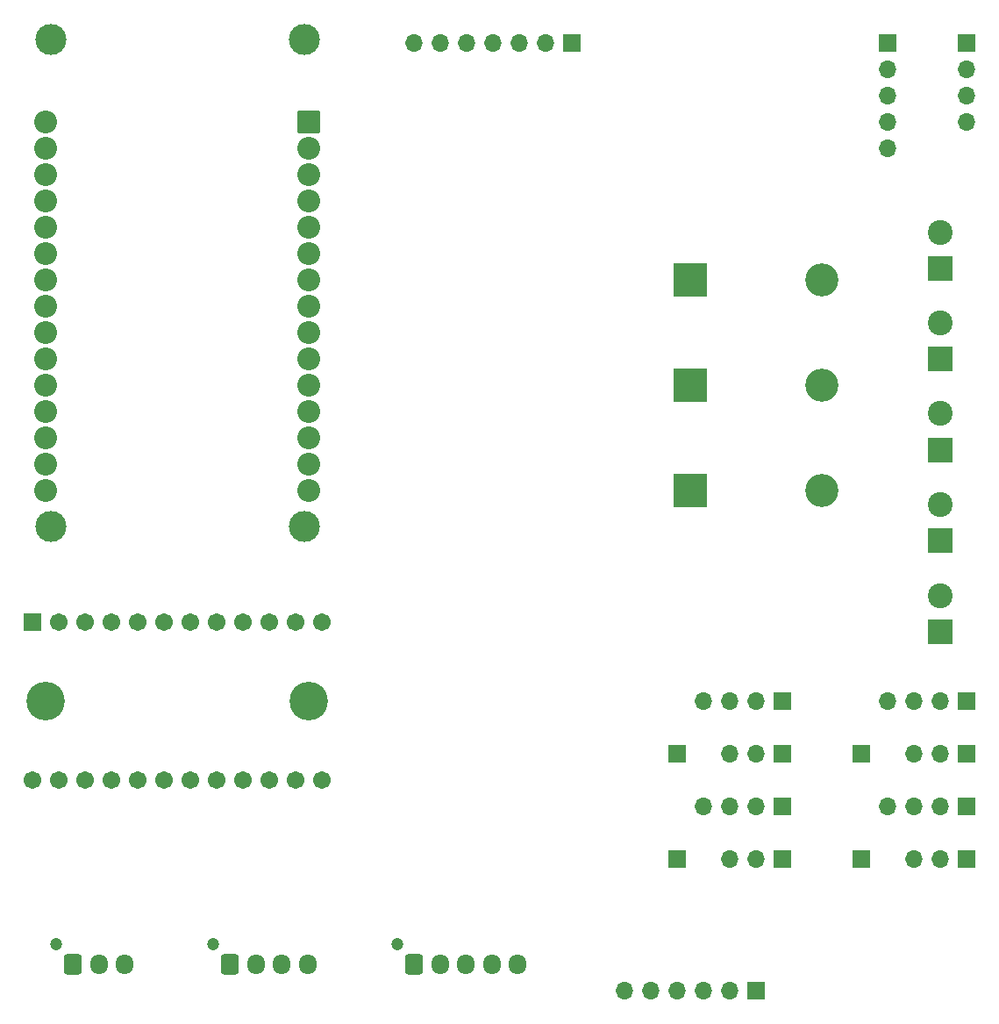
<source format=gbr>
%TF.GenerationSoftware,KiCad,Pcbnew,8.0.3*%
%TF.CreationDate,2024-07-01T16:32:00+02:00*%
%TF.ProjectId,weerstation-main,77656572-7374-4617-9469-6f6e2d6d6169,rev?*%
%TF.SameCoordinates,Original*%
%TF.FileFunction,Soldermask,Bot*%
%TF.FilePolarity,Negative*%
%FSLAX46Y46*%
G04 Gerber Fmt 4.6, Leading zero omitted, Abs format (unit mm)*
G04 Created by KiCad (PCBNEW 8.0.3) date 2024-07-01 16:32:00*
%MOMM*%
%LPD*%
G01*
G04 APERTURE LIST*
G04 Aperture macros list*
%AMRoundRect*
0 Rectangle with rounded corners*
0 $1 Rounding radius*
0 $2 $3 $4 $5 $6 $7 $8 $9 X,Y pos of 4 corners*
0 Add a 4 corners polygon primitive as box body*
4,1,4,$2,$3,$4,$5,$6,$7,$8,$9,$2,$3,0*
0 Add four circle primitives for the rounded corners*
1,1,$1+$1,$2,$3*
1,1,$1+$1,$4,$5*
1,1,$1+$1,$6,$7*
1,1,$1+$1,$8,$9*
0 Add four rect primitives between the rounded corners*
20,1,$1+$1,$2,$3,$4,$5,0*
20,1,$1+$1,$4,$5,$6,$7,0*
20,1,$1+$1,$6,$7,$8,$9,0*
20,1,$1+$1,$8,$9,$2,$3,0*%
G04 Aperture macros list end*
%ADD10R,1.700000X1.700000*%
%ADD11O,1.700000X1.700000*%
%ADD12C,1.200000*%
%ADD13RoundRect,0.250000X-0.600000X-0.725000X0.600000X-0.725000X0.600000X0.725000X-0.600000X0.725000X0*%
%ADD14O,1.700000X1.950000*%
%ADD15R,3.200000X3.200000*%
%ADD16O,3.200000X3.200000*%
%ADD17R,2.400000X2.400000*%
%ADD18C,2.400000*%
%ADD19RoundRect,0.102000X-0.754000X0.754000X-0.754000X-0.754000X0.754000X-0.754000X0.754000X0.754000X0*%
%ADD20C,1.712000*%
%ADD21C,3.720000*%
%ADD22C,3.000000*%
%ADD23RoundRect,0.102000X1.000000X1.000000X-1.000000X1.000000X-1.000000X-1.000000X1.000000X-1.000000X0*%
%ADD24C,2.204000*%
G04 APERTURE END LIST*
D10*
%TO.C,J24*%
X101600000Y-17780000D03*
D11*
X101600000Y-20320000D03*
X101600000Y-22860000D03*
X101600000Y-25400000D03*
X101600000Y-27940000D03*
%TD*%
D10*
%TO.C,J23*%
X109220000Y-17780000D03*
D11*
X109220000Y-20320000D03*
X109220000Y-22860000D03*
X109220000Y-25400000D03*
%TD*%
D10*
%TO.C,J20*%
X91440000Y-86360000D03*
D11*
X88900000Y-86360000D03*
X86360000Y-86360000D03*
%TD*%
D10*
%TO.C,J19*%
X81280000Y-86360000D03*
%TD*%
%TO.C,J21*%
X91440000Y-81280000D03*
D11*
X88900000Y-81280000D03*
X86360000Y-81280000D03*
X83820000Y-81280000D03*
%TD*%
D10*
%TO.C,J17*%
X91440000Y-96520000D03*
D11*
X88900000Y-96520000D03*
X86360000Y-96520000D03*
%TD*%
D10*
%TO.C,J18*%
X91440000Y-91440000D03*
D11*
X88900000Y-91440000D03*
X86360000Y-91440000D03*
X83820000Y-91440000D03*
%TD*%
D10*
%TO.C,J22*%
X81280000Y-96520000D03*
%TD*%
%TO.C,J15*%
X99060000Y-96520000D03*
%TD*%
%TO.C,J14*%
X109220000Y-91440000D03*
D11*
X106680000Y-91440000D03*
X104140000Y-91440000D03*
X101600000Y-91440000D03*
%TD*%
%TO.C,J13*%
X104140000Y-96520000D03*
X106680000Y-96520000D03*
D10*
X109220000Y-96520000D03*
%TD*%
%TO.C,J12*%
X99060000Y-86360000D03*
%TD*%
%TO.C,J11*%
X109220000Y-81280000D03*
D11*
X106680000Y-81280000D03*
X104140000Y-81280000D03*
X101600000Y-81280000D03*
%TD*%
D10*
%TO.C,J6*%
X109220000Y-86360000D03*
D11*
X106680000Y-86360000D03*
X104140000Y-86360000D03*
%TD*%
D12*
%TO.C,J2*%
X54280000Y-104680000D03*
D13*
X55880000Y-106680000D03*
D14*
X58380000Y-106680000D03*
X60880000Y-106680000D03*
X63380000Y-106680000D03*
X65880000Y-106680000D03*
%TD*%
D15*
%TO.C,D2*%
X82550000Y-50800000D03*
D16*
X95250000Y-50800000D03*
%TD*%
D10*
%TO.C,J4*%
X88900000Y-109220000D03*
D11*
X86360000Y-109220000D03*
X83820000Y-109220000D03*
X81280000Y-109220000D03*
X78740000Y-109220000D03*
X76200000Y-109220000D03*
%TD*%
D17*
%TO.C,J9*%
X106660314Y-57017180D03*
D18*
X106660314Y-53517180D03*
%TD*%
D15*
%TO.C,D3*%
X82550000Y-60960000D03*
D16*
X95250000Y-60960000D03*
%TD*%
D12*
%TO.C,J3*%
X36500000Y-104680000D03*
D13*
X38100000Y-106680000D03*
D14*
X40600000Y-106680000D03*
X43100000Y-106680000D03*
X45600000Y-106680000D03*
%TD*%
D17*
%TO.C,J10*%
X106680000Y-65776390D03*
D18*
X106680000Y-62276390D03*
%TD*%
D10*
%TO.C,J1*%
X71120000Y-17780000D03*
D11*
X68580000Y-17780000D03*
X66040000Y-17780000D03*
X63500000Y-17780000D03*
X60960000Y-17780000D03*
X58420000Y-17780000D03*
X55880000Y-17780000D03*
%TD*%
D19*
%TO.C,U3*%
X19050000Y-73660000D03*
D20*
X21590000Y-73660000D03*
X24130000Y-73660000D03*
X26670000Y-73660000D03*
X29210000Y-73660000D03*
X31750000Y-73660000D03*
X34290000Y-73660000D03*
X36830000Y-73660000D03*
X39370000Y-73660000D03*
X41910000Y-73660000D03*
X44450000Y-73660000D03*
X46990000Y-73660000D03*
X46990000Y-88900000D03*
X44450000Y-88900000D03*
X41910000Y-88900000D03*
X39370000Y-88900000D03*
X36830000Y-88900000D03*
X34290000Y-88900000D03*
X31750000Y-88900000D03*
X29210000Y-88900000D03*
X26670000Y-88900000D03*
X24130000Y-88900000D03*
X21590000Y-88900000D03*
X19050000Y-88900000D03*
D21*
X20320000Y-81280000D03*
X45720000Y-81280000D03*
%TD*%
D15*
%TO.C,D1*%
X82550000Y-40640000D03*
D16*
X95250000Y-40640000D03*
%TD*%
D12*
%TO.C,J16*%
X21340000Y-104680000D03*
D13*
X22940000Y-106680000D03*
D14*
X25440000Y-106680000D03*
X27940000Y-106680000D03*
%TD*%
D17*
%TO.C,J8*%
X106680000Y-48260000D03*
D18*
X106680000Y-44760000D03*
%TD*%
D17*
%TO.C,J5*%
X106680000Y-74620000D03*
D18*
X106680000Y-71120000D03*
%TD*%
D22*
%TO.C,U1*%
X45300000Y-64390000D03*
X45300000Y-17440000D03*
X20790000Y-64390000D03*
X20790000Y-17440000D03*
D23*
X45720000Y-25400000D03*
D24*
X45720000Y-27940000D03*
X45720000Y-30480000D03*
X45720000Y-33020000D03*
X45720000Y-35560000D03*
X45720000Y-38100000D03*
X45720000Y-40640000D03*
X45720000Y-43180000D03*
X45720000Y-45720000D03*
X45720000Y-48260000D03*
X45720000Y-50800000D03*
X45720000Y-53340000D03*
X45720000Y-55880000D03*
X45720000Y-58420000D03*
X45720000Y-60960000D03*
X20320000Y-60960000D03*
X20320000Y-58420000D03*
X20320000Y-55880000D03*
X20320000Y-53340000D03*
X20320000Y-50800000D03*
X20320000Y-48260000D03*
X20320000Y-45720000D03*
X20320000Y-43180000D03*
X20320000Y-40640000D03*
X20320000Y-38100000D03*
X20320000Y-35560000D03*
X20320000Y-33020000D03*
X20320000Y-30480000D03*
X20320000Y-27940000D03*
X20320000Y-25400000D03*
%TD*%
D17*
%TO.C,J7*%
X106680000Y-39537543D03*
D18*
X106680000Y-36037543D03*
%TD*%
M02*

</source>
